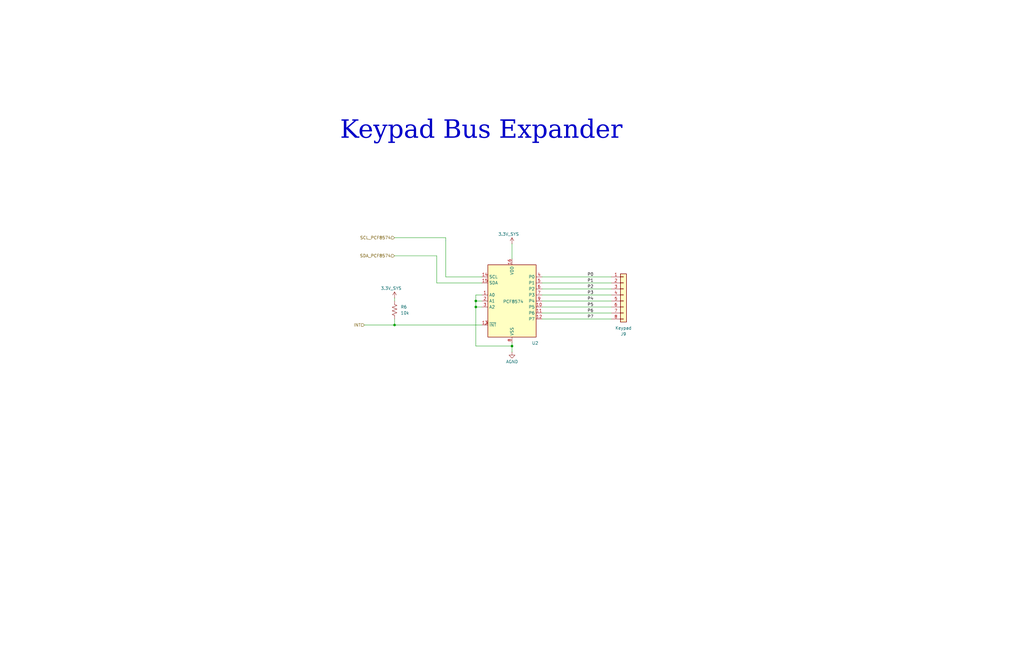
<source format=kicad_sch>
(kicad_sch (version 20231120) (generator "eeschema") (generator_version "8.0")
  (paper "B")
  (title_block (title "SCAN") (date "2025-01-30") (rev "v1.1") (company "Senior Design Group 35"))
  (lib_symbols
    (symbol "Connector_Generic:Conn_01x08" (pin_names (offset 1.016) hide)
      (property "Reference" "J" (at 0 10.16 0))
      (property "Value" "Conn_01x08" (at 0 -12.7 0))
      (symbol "Conn_01x08_1_1"
        (rectangle (start -1.27 -10.033) (end 0 -10.287) (stroke (width 0.1524)))
        (rectangle (start -1.27 -7.493) (end 0 -7.747) (stroke (width 0.1524)))
        (rectangle (start -1.27 -4.953) (end 0 -5.207) (stroke (width 0.1524)))
        (rectangle (start -1.27 -2.413) (end 0 -2.667) (stroke (width 0.1524)))
        (rectangle (start -1.27 0.127) (end 0 -0.127) (stroke (width 0.1524)))
        (rectangle (start -1.27 2.667) (end 0 2.413) (stroke (width 0.1524)))
        (rectangle (start -1.27 5.207) (end 0 4.953) (stroke (width 0.1524)))
        (rectangle (start -1.27 7.747) (end 0 7.493) (stroke (width 0.1524)))
        (rectangle (start -1.27 8.89) (end 1.27 -11.43) (stroke (width 0.254)) (fill (type background)))
        (pin passive line (at -5.08 7.62 0) (length 3.81) (name "Pin_1") (number "1"))
        (pin passive line (at -5.08 5.08 0) (length 3.81) (name "Pin_2") (number "2"))
        (pin passive line (at -5.08 2.54 0) (length 3.81) (name "Pin_3") (number "3"))
        (pin passive line (at -5.08 0 0) (length 3.81) (name "Pin_4") (number "4"))
        (pin passive line (at -5.08 -2.54 0) (length 3.81) (name "Pin_5") (number "5"))
        (pin passive line (at -5.08 -5.08 0) (length 3.81) (name "Pin_6") (number "6"))
        (pin passive line (at -5.08 -7.62 0) (length 3.81) (name "Pin_7") (number "7"))
        (pin passive line (at -5.08 -10.16 0) (length 3.81) (name "Pin_8") (number "8"))
      )
    )
    (symbol "Device:R_US" (pin_numbers hide) (pin_names (offset 0))
      (property "Reference" "R" (at 2.54 0 90))
      (property "Value" "R_US" (at -2.54 0 90))
      (symbol "R_US_0_1"
        (polyline (pts (xy 0 -2.286) (xy 0 -2.54)))
        (polyline (pts (xy 0 2.286) (xy 0 2.54)))
        (polyline (pts (xy 0 -0.762) (xy 1.016 -1.143) (xy 0 -1.524) (xy -1.016 -1.905) (xy 0 -2.286)))
        (polyline (pts (xy 0 0.762) (xy 1.016 0.381) (xy 0 0) (xy -1.016 -0.381) (xy 0 -0.762)))
        (polyline (pts (xy 0 2.286) (xy 1.016 1.905) (xy 0 1.524) (xy -1.016 1.143) (xy 0 0.762)))
      )
      (symbol "R_US_1_1"
        (pin passive line (at 0 3.81 270) (length 1.27) (name "~") (number "1"))
        (pin passive line (at 0 -3.81 90) (length 1.27) (name "~") (number "2"))
      )
    )
    (symbol "Interface_Expansion:PCF8574"
      (property "Reference" "U" (at -8.89 16.51 0))
      (property "Value" "PCF8574" (at 2.54 16.51 0))
      (symbol "PCF8574_0_1"
        (rectangle (start -10.16 15.24) (end 10.16 -15.24) (stroke (width 0.254)) (fill (type background)))
      )
      (symbol "PCF8574_1_1"
        (pin input line (at -12.7 2.54 0) (length 2.54) (name "A0") (number "1"))
        (pin bidirectional line (at 12.7 -2.54 180) (length 2.54) (name "P5") (number "10"))
        (pin bidirectional line (at 12.7 -5.08 180) (length 2.54) (name "P6") (number "11"))
        (pin bidirectional line (at 12.7 -7.62 180) (length 2.54) (name "P7") (number "12"))
        (pin open_collector output_low (at -12.7 -10.16 0) (length 2.54) (name "~{INT}") (number "13"))
        (pin input line (at -12.7 10.16 0) (length 2.54) (name "SCL") (number "14"))
        (pin bidirectional line (at -12.7 7.62 0) (length 2.54) (name "SDA") (number "15"))
        (pin power_in line (at 0 17.78 270) (length 2.54) (name "VDD") (number "16"))
        (pin input line (at -12.7 0 0) (length 2.54) (name "A1") (number "2"))
        (pin input line (at -12.7 -2.54 0) (length 2.54) (name "A2") (number "3"))
        (pin bidirectional line (at 12.7 10.16 180) (length 2.54) (name "P0") (number "4"))
        (pin bidirectional line (at 12.7 7.62 180) (length 2.54) (name "P1") (number "5"))
        (pin bidirectional line (at 12.7 5.08 180) (length 2.54) (name "P2") (number "6"))
        (pin bidirectional line (at 12.7 2.54 180) (length 2.54) (name "P3") (number "7"))
        (pin power_in line (at 0 -17.78 90) (length 2.54) (name "VSS") (number "8"))
        (pin bidirectional line (at 12.7 0 180) (length 2.54) (name "P4") (number "9"))
      )
    )
    (symbol "power:+3.3V" (power) (pin_numbers hide) (pin_names (offset 0) hide)
      (property "Value" "+3.3V" (at 0 3.556 0))
      (symbol "+3.3V_0_1"
        (polyline (pts (xy -0.762 1.27) (xy 0 2.54)))
        (polyline (pts (xy 0 0) (xy 0 2.54)))
        (polyline (pts (xy 0 2.54) (xy 0.762 1.27)))
      )
      (symbol "+3.3V_1_1"
        (pin power_in line (at 0 0 90) (length 0) (name "~") (number "1"))
      )
    )
    (symbol "power:GND" (power) (pin_numbers hide) (pin_names (offset 0) hide)
      (property "Value" "GND" (at 0 -3.81 0))
      (symbol "GND_0_1"
        (polyline (pts (xy 0 0) (xy 0 -1.27) (xy 1.27 -1.27) (xy 0 -2.54) (xy -1.27 -1.27) (xy 0 -1.27)))
      )
      (symbol "GND_1_1"
        (pin power_in line (at 0 0 270) (length 0) (name "~") (number "1"))
      )
    )
  )
  (junction (at 215.9 146.05))
  (junction (at 166.37 137.16))
  (junction (at 200.66 129.54))
  (junction (at 200.66 127))
  (wire (pts (xy 228.6 127) (xy 257.81 127)))
  (wire (pts (xy 228.6 129.54) (xy 257.81 129.54)))
  (wire (pts (xy 215.9 102.87) (xy 215.9 109.22)))
  (wire (pts (xy 166.37 107.95) (xy 184.15 107.95)))
  (wire (pts (xy 166.37 137.16) (xy 166.37 134.62)))
  (wire (pts (xy 200.66 127) (xy 203.2 127)))
  (wire (pts (xy 215.9 148.59) (xy 215.9 146.05)))
  (wire (pts (xy 215.9 146.05) (xy 215.9 144.78)))
  (wire (pts (xy 153.67 137.16) (xy 166.37 137.16)))
  (wire (pts (xy 257.81 119.38) (xy 228.6 119.38)))
  (wire (pts (xy 257.81 124.46) (xy 228.6 124.46)))
  (wire (pts (xy 200.66 146.05) (xy 215.9 146.05)))
  (wire (pts (xy 166.37 125.73) (xy 166.37 127)))
  (wire (pts (xy 184.15 119.38) (xy 203.2 119.38)))
  (wire (pts (xy 257.81 121.92) (xy 228.6 121.92)))
  (wire (pts (xy 200.66 124.46) (xy 200.66 127)))
  (wire (pts (xy 257.81 116.84) (xy 228.6 116.84)))
  (wire (pts (xy 200.66 129.54) (xy 200.66 146.05)))
  (wire (pts (xy 200.66 124.46) (xy 203.2 124.46)))
  (wire (pts (xy 187.96 100.33) (xy 187.96 116.84)))
  (wire (pts (xy 200.66 129.54) (xy 203.2 129.54)))
  (wire (pts (xy 228.6 132.08) (xy 257.81 132.08)))
  (wire (pts (xy 187.96 116.84) (xy 203.2 116.84)))
  (wire (pts (xy 228.6 134.62) (xy 257.81 134.62)))
  (wire (pts (xy 166.37 100.33) (xy 187.96 100.33)))
  (wire (pts (xy 200.66 127) (xy 200.66 129.54)))
  (wire (pts (xy 166.37 137.16) (xy 203.2 137.16)))
  (wire (pts (xy 184.15 107.95) (xy 184.15 119.38)))
  (rectangle (start 187.96 101.6) (end 187.96 101.6))
  (text "Keypad Bus Expander" (at 202.946 57.15 0) (effects (font (size 7.62 7.62) (thickness 0.9525))))
  (label "P3" (at 247.65 124.46 0))
  (label "P7" (at 247.65 134.62 0))
  (label "P1" (at 247.65 119.38 0))
  (label "P4" (at 247.65 127 0))
  (label "P2" (at 247.65 121.92 0))
  (label "P5" (at 247.65 129.54 0))
  (label "P6" (at 247.65 132.08 0))
  (label "P0" (at 247.65 116.84 0))
  (hierarchical_label "INT" (shape input) (at 153.67 137.16 180))
  (hierarchical_label "SCL_PCF8574" (shape input) (at 166.37 100.33 180))
  (hierarchical_label "SDA_PCF8574" (shape input) (at 166.37 107.95 180))
  (symbol (lib_id "power:GND") (at 215.9 148.59 0) (unit 1)
    (property "Reference" "#PWR044" (effects (hide yes)))
    (property "Value" "AGND" (at 215.9 152.654 0))
    (property "Description" "Power symbol creates a global label with name \"GND\" , ground" (effects (hide yes)))
  )
  (symbol (lib_id "Interface_Expansion:PCF8574") (at 215.9 127 0) (unit 1)
    (property "Reference" "U2" (at 224.282 144.78 0) (effects (justify left)))
    (property "Value" "PCF8574" (at 212.09 127.254 0) (effects (justify left)))
    (property "Footprint" "SCAN_footprints:DIP794W45P254L1969H508Q16" (effects (hide yes)))
    (property "Datasheet" "http://www.nxp.com/docs/en/data-sheet/PCF8574_PCF8574A.pdf" (effects (hide yes)))
    (property "Description" "8 Bit Port/Expander to I2C Bus, DIP/SOIC-16" (effects (hide yes)))
  )
  (symbol (lib_id "Connector_Generic:Conn_01x08") (at 262.89 124.46 0) (unit 1)
    (property "Reference" "J9" (at 262.89 140.97 0))
    (property "Value" "Keypad" (at 262.89 138.43 0))
    (property "Footprint" "Connector_PinHeader_2.54mm:PinHeader_1x08_P2.54mm_Vertical" (effects (hide yes)))
    (property "Description" "Generic connector, single row, 01x08, script generated (kicad-library-utils/schlib/autogen/connector/)" (effects (hide yes)))
  )
  (symbol (lib_id "Device:R_US") (at 166.37 130.81 0) (unit 1)
    (property "Reference" "R6" (at 168.91 129.5399 0) (effects (justify left)))
    (property "Value" "10k" (at 168.91 132.0799 0) (effects (justify left)))
    (property "Footprint" "Resistor_SMD:R_0805_2012Metric" (effects (hide yes)))
    (property "Description" "Resistor, US symbol" (effects (hide yes)))
  )
  (symbol (lib_id "power:+3.3V") (at 166.37 125.73 0) (unit 1)
    (property "Reference" "#PWR047" (effects (hide yes)))
    (property "Value" "3.3V_SYS" (at 160.528 121.666 0) (effects (justify left)))
    (property "Description" "Power symbol creates a global label with name \"+3.3V\"" (effects (hide yes)))
  )
  (symbol (lib_id "power:+3.3V") (at 215.9 102.87 0) (unit 1)
    (property "Reference" "#PWR042" (effects (hide yes)))
    (property "Value" "3.3V_SYS" (at 210.058 98.806 0) (effects (justify left)))
    (property "Description" "Power symbol creates a global label with name \"+3.3V\"" (effects (hide yes)))
  )
)
</source>
